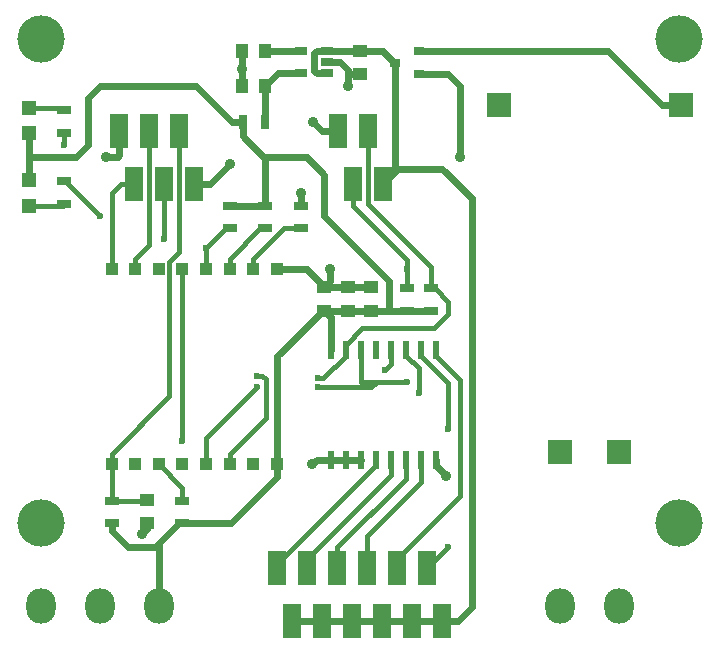
<source format=gbr>
G04 #@! TF.FileFunction,Copper,L1,Top,Signal*
%FSLAX46Y46*%
G04 Gerber Fmt 4.6, Leading zero omitted, Abs format (unit mm)*
G04 Created by KiCad (PCBNEW 4.0.7-e2-6376~58~ubuntu16.04.1) date Sat Mar  3 01:45:26 2018*
%MOMM*%
%LPD*%
G01*
G04 APERTURE LIST*
%ADD10C,0.100000*%
%ADD11R,1.250000X1.000000*%
%ADD12R,1.000000X1.250000*%
%ADD13R,0.900000X0.800000*%
%ADD14R,1.200000X1.200000*%
%ADD15R,1.500000X3.000000*%
%ADD16R,0.700000X1.300000*%
%ADD17O,2.500000X3.000000*%
%ADD18R,1.300000X0.700000*%
%ADD19R,1.060000X0.650000*%
%ADD20R,2.000000X2.000000*%
%ADD21R,0.600000X1.500000*%
%ADD22R,1.000000X1.000000*%
%ADD23C,4.000000*%
%ADD24C,0.900000*%
%ADD25C,0.600000*%
%ADD26C,0.600000*%
%ADD27C,0.400000*%
G04 APERTURE END LIST*
D10*
D11*
X110000000Y-89000000D03*
X110000000Y-91000000D03*
D12*
X102000000Y-89000000D03*
X100000000Y-89000000D03*
X102000000Y-92000000D03*
X100000000Y-92000000D03*
D11*
X107000000Y-111000000D03*
X107000000Y-109000000D03*
X92000000Y-129000000D03*
X92000000Y-127000000D03*
X109000000Y-111000000D03*
X109000000Y-109000000D03*
X111000000Y-111000000D03*
X111000000Y-109000000D03*
D13*
X115000000Y-90950000D03*
X115000000Y-89050000D03*
X113000000Y-90000000D03*
D14*
X82000000Y-99900000D03*
X82000000Y-102100000D03*
X82000000Y-96000000D03*
X82000000Y-93800000D03*
D15*
X103015000Y-132750000D03*
X104285000Y-137250000D03*
X105555000Y-132750000D03*
X106825000Y-137250000D03*
X108095000Y-132750000D03*
X109365000Y-137250000D03*
X110635000Y-132750000D03*
X111905000Y-137250000D03*
X113175000Y-132750000D03*
X114445000Y-137250000D03*
X115715000Y-132750000D03*
X116985000Y-137250000D03*
X108190000Y-95750000D03*
X109460000Y-100250000D03*
X110730000Y-95750000D03*
X112000000Y-100250000D03*
D16*
X100100000Y-95000000D03*
X102000000Y-95000000D03*
D17*
X127000000Y-136000000D03*
X132000000Y-136000000D03*
D18*
X114000000Y-109100000D03*
X114000000Y-111000000D03*
X85000000Y-100050000D03*
X85000000Y-101950000D03*
X116050000Y-111000000D03*
X116050000Y-109100000D03*
X85000000Y-95950000D03*
X85000000Y-94050000D03*
X99000000Y-104000000D03*
X99000000Y-102100000D03*
X102000000Y-104000000D03*
X102000000Y-102100000D03*
X95000000Y-127100000D03*
X95000000Y-129000000D03*
X89000000Y-127100000D03*
X89000000Y-129000000D03*
X105000000Y-104000000D03*
X105000000Y-102100000D03*
D17*
X83000000Y-136000000D03*
X88000000Y-136000000D03*
X93000000Y-136000000D03*
D19*
X107200000Y-90900000D03*
X107200000Y-89950000D03*
X107200000Y-89000000D03*
X105000000Y-89000000D03*
X105000000Y-90900000D03*
D20*
X127000000Y-123000000D03*
X132000000Y-123000000D03*
X121800000Y-93600000D03*
X137200000Y-93600000D03*
D21*
X107555000Y-123650000D03*
X108825000Y-123650000D03*
X110095000Y-123650000D03*
X111365000Y-123650000D03*
X112635000Y-123650000D03*
X113905000Y-123650000D03*
X115175000Y-123650000D03*
X116445000Y-123650000D03*
X116445000Y-114350000D03*
X115175000Y-114350000D03*
X113905000Y-114350000D03*
X112635000Y-114350000D03*
X111365000Y-114350000D03*
X110095000Y-114350000D03*
X108825000Y-114350000D03*
X107555000Y-114350000D03*
D22*
X89000000Y-124000000D03*
X91000000Y-124000000D03*
X93000000Y-124000000D03*
X95000000Y-124000000D03*
X97000000Y-124000000D03*
X99000000Y-124000000D03*
X101000000Y-124000000D03*
X103000000Y-124000000D03*
X103000000Y-107500000D03*
X101000000Y-107500000D03*
X99000000Y-107500000D03*
X97000000Y-107500000D03*
X95000000Y-107500000D03*
X93000000Y-107500000D03*
X91000000Y-107500000D03*
X89000000Y-107500000D03*
D15*
X89650000Y-95750000D03*
X90920000Y-100250000D03*
X92190000Y-95750000D03*
X93460000Y-100250000D03*
X94730000Y-95750000D03*
X96000000Y-100250000D03*
D23*
X137000000Y-129000000D03*
X83000000Y-129000000D03*
X137000000Y-88000000D03*
X83000000Y-88000000D03*
D24*
X91571759Y-129928241D03*
X88500000Y-98000000D03*
X106090000Y-95000000D03*
X100000000Y-90500000D03*
X109000000Y-92000000D03*
X105000000Y-101000000D03*
X107500000Y-107500000D03*
X106000000Y-124000000D03*
X117345000Y-125000000D03*
X118500000Y-98000000D03*
X99000000Y-98600000D03*
D25*
X117500000Y-131000000D03*
X117500000Y-121000000D03*
X101331276Y-117449986D03*
X106500000Y-117500023D03*
X114000000Y-117000000D03*
X114000000Y-107500000D03*
X101331276Y-116500000D03*
X106500000Y-116700010D03*
X97000000Y-105700000D03*
X93460000Y-104960000D03*
X95000000Y-122000000D03*
X88000000Y-103000000D03*
X115000000Y-118000000D03*
X85000000Y-97000000D03*
X112135000Y-116000000D03*
D26*
X113000000Y-90000000D02*
X113000000Y-99000000D01*
X113000000Y-99000000D02*
X113000000Y-99250000D01*
X118335000Y-137250000D02*
X119500000Y-136085000D01*
X116985000Y-137250000D02*
X118335000Y-137250000D01*
X119500000Y-136085000D02*
X119500000Y-101500000D01*
X119500000Y-101500000D02*
X117000000Y-99000000D01*
X117000000Y-99000000D02*
X113000000Y-99000000D01*
X114445000Y-137250000D02*
X116985000Y-137250000D01*
X111905000Y-137250000D02*
X114445000Y-137250000D01*
X109365000Y-137250000D02*
X111905000Y-137250000D01*
X106825000Y-137250000D02*
X109365000Y-137250000D01*
X104285000Y-137250000D02*
X106825000Y-137250000D01*
X113000000Y-99250000D02*
X112000000Y-100250000D01*
X107200000Y-89000000D02*
X106394998Y-89000000D01*
X106394998Y-89000000D02*
X106169999Y-89224999D01*
X106169999Y-89224999D02*
X106169999Y-90675001D01*
X106169999Y-90675001D02*
X106394998Y-90900000D01*
X106394998Y-90900000D02*
X107200000Y-90900000D01*
X110000000Y-89000000D02*
X107200000Y-89000000D01*
X111950000Y-89000000D02*
X110000000Y-89000000D01*
X113000000Y-90000000D02*
X112950000Y-90000000D01*
X112950000Y-90000000D02*
X111950000Y-89000000D01*
X92021758Y-129478242D02*
X91571759Y-129928241D01*
X92000000Y-129000000D02*
X92021758Y-129021758D01*
X92021758Y-129021758D02*
X92021758Y-129478242D01*
X89500000Y-98000000D02*
X88500000Y-98000000D01*
X89650000Y-95750000D02*
X89650000Y-97850000D01*
X89650000Y-97850000D02*
X89500000Y-98000000D01*
X108190000Y-95750000D02*
X106840000Y-95750000D01*
X106840000Y-95750000D02*
X106090000Y-95000000D01*
X100000000Y-90500000D02*
X100000000Y-89000000D01*
X100000000Y-92000000D02*
X100000000Y-90500000D01*
X109000000Y-90620000D02*
X109000000Y-91000000D01*
X109000000Y-91000000D02*
X109000000Y-92000000D01*
X110000000Y-91000000D02*
X109000000Y-91000000D01*
X107200000Y-89950000D02*
X108330000Y-89950000D01*
X108330000Y-89950000D02*
X109000000Y-90620000D01*
X105000000Y-102100000D02*
X105000000Y-101000000D01*
X107500000Y-108500000D02*
X107500000Y-107500000D01*
X107000000Y-109000000D02*
X107500000Y-108500000D01*
X109000000Y-109000000D02*
X111000000Y-109000000D01*
X107000000Y-109000000D02*
X109000000Y-109000000D01*
X103000000Y-107500000D02*
X105500000Y-107500000D01*
X105500000Y-107500000D02*
X107000000Y-109000000D01*
X106350000Y-123650000D02*
X106000000Y-124000000D01*
X107555000Y-123650000D02*
X106350000Y-123650000D01*
X108825000Y-123650000D02*
X107555000Y-123650000D01*
X110095000Y-123650000D02*
X108825000Y-123650000D01*
X116445000Y-123650000D02*
X116445000Y-124100000D01*
X116445000Y-124100000D02*
X117345000Y-125000000D01*
X105000000Y-89000000D02*
X102000000Y-89000000D01*
X105000000Y-90900000D02*
X103100000Y-90900000D01*
X103100000Y-90900000D02*
X102000000Y-92000000D01*
X102000000Y-95000000D02*
X102000000Y-92000000D01*
X106875000Y-111000000D02*
X107000000Y-111000000D01*
X103000000Y-124000000D02*
X103000000Y-114875000D01*
X103000000Y-114875000D02*
X106875000Y-111000000D01*
X89000000Y-129000000D02*
X89000000Y-129615718D01*
X89000000Y-129615718D02*
X90371740Y-130987458D01*
X90371740Y-130987458D02*
X92712542Y-130987458D01*
X92712542Y-130987458D02*
X94700000Y-129000000D01*
X87000000Y-97000000D02*
X87000000Y-93000000D01*
X87000000Y-93000000D02*
X88000000Y-92000000D01*
X86000000Y-98000000D02*
X87000000Y-97000000D01*
X82000000Y-98000000D02*
X82000000Y-99900000D01*
X82000000Y-98000000D02*
X86000000Y-98000000D01*
X82000000Y-96000000D02*
X82000000Y-98000000D01*
X88000000Y-92000000D02*
X96150000Y-92000000D01*
X99150000Y-95000000D02*
X100100000Y-95000000D01*
X96150000Y-92000000D02*
X99150000Y-95000000D01*
X107555000Y-114350000D02*
X107555000Y-111555000D01*
X107555000Y-111555000D02*
X107000000Y-111000000D01*
X94700000Y-129000000D02*
X95000000Y-129000000D01*
X93000000Y-136000000D02*
X93000000Y-130700000D01*
X93000000Y-130700000D02*
X94700000Y-129000000D01*
X103000000Y-124000000D02*
X103000000Y-125100000D01*
X103000000Y-125100000D02*
X99100000Y-129000000D01*
X99100000Y-129000000D02*
X96250000Y-129000000D01*
X96250000Y-129000000D02*
X95000000Y-129000000D01*
X102000000Y-102100000D02*
X102000000Y-98150000D01*
X102000000Y-98150000D02*
X101850000Y-98000000D01*
X99000000Y-102100000D02*
X102000000Y-102100000D01*
X100100000Y-95000000D02*
X100100000Y-96250000D01*
X101850000Y-98000000D02*
X105500000Y-98000000D01*
X100100000Y-96250000D02*
X101850000Y-98000000D01*
X105500000Y-98000000D02*
X107000000Y-99500000D01*
X107000000Y-99500000D02*
X107000000Y-102974998D01*
X107000000Y-102974998D02*
X112500000Y-108474998D01*
X112500000Y-108474998D02*
X112500000Y-111000000D01*
X112500000Y-111000000D02*
X111000000Y-111000000D01*
X114000000Y-111000000D02*
X112500000Y-111000000D01*
X116050000Y-111000000D02*
X114000000Y-111000000D01*
X109000000Y-111000000D02*
X111000000Y-111000000D01*
X107000000Y-111000000D02*
X109000000Y-111000000D01*
D27*
X94730000Y-95750000D02*
X94730000Y-106049998D01*
X94730000Y-106049998D02*
X93900001Y-106879997D01*
X93900001Y-106879997D02*
X93900001Y-118199999D01*
X93900001Y-118199999D02*
X89000000Y-123100000D01*
X89000000Y-123100000D02*
X89000000Y-124000000D01*
X89000000Y-127100000D02*
X91900000Y-127100000D01*
X91900000Y-127100000D02*
X92000000Y-127000000D01*
X89000000Y-127100000D02*
X89000000Y-124000000D01*
D26*
X118500000Y-92000000D02*
X117450000Y-90950000D01*
X117450000Y-90950000D02*
X115000000Y-90950000D01*
X118500000Y-98000000D02*
X118500000Y-92000000D01*
X96000000Y-100250000D02*
X97350000Y-100250000D01*
X97350000Y-100250000D02*
X99000000Y-98600000D01*
X137200000Y-93600000D02*
X135600000Y-93600000D01*
X135600000Y-93600000D02*
X131050000Y-89050000D01*
X131050000Y-89050000D02*
X116050000Y-89050000D01*
X116050000Y-89050000D02*
X115000000Y-89050000D01*
D27*
X82000000Y-93800000D02*
X84750000Y-93800000D01*
X84750000Y-93800000D02*
X85000000Y-94050000D01*
X111365000Y-123650000D02*
X111365000Y-124100000D01*
X111365000Y-124100000D02*
X103015000Y-132450000D01*
X103015000Y-132450000D02*
X103015000Y-132750000D01*
X112635000Y-123650000D02*
X112635000Y-124920000D01*
X112635000Y-124920000D02*
X105555000Y-132000000D01*
X105555000Y-132000000D02*
X105555000Y-132750000D01*
X113905000Y-123650000D02*
X113905000Y-125221458D01*
X113905000Y-125221458D02*
X108095000Y-131031458D01*
X108095000Y-131031458D02*
X108095000Y-132750000D01*
X115175000Y-123650000D02*
X115175000Y-125512833D01*
X115175000Y-125512833D02*
X110635000Y-130052833D01*
X110635000Y-130052833D02*
X110635000Y-130850000D01*
X110635000Y-130850000D02*
X110635000Y-132750000D01*
X118500000Y-126675000D02*
X113175000Y-132000000D01*
X116445000Y-114350000D02*
X116445000Y-114800000D01*
X113175000Y-132000000D02*
X113175000Y-132750000D01*
X116445000Y-114800000D02*
X118500000Y-116855000D01*
X118500000Y-116855000D02*
X118500000Y-126675000D01*
X117500000Y-131000000D02*
X117465000Y-131000000D01*
X117465000Y-131000000D02*
X115715000Y-132750000D01*
X117500000Y-117125000D02*
X117500000Y-121000000D01*
X115175000Y-114350000D02*
X115175000Y-114800000D01*
X115175000Y-114800000D02*
X117500000Y-117125000D01*
X97000000Y-124000000D02*
X97000000Y-121781262D01*
X101031277Y-117749985D02*
X101331276Y-117449986D01*
X97000000Y-121781262D02*
X101031277Y-117749985D01*
X106924264Y-117500023D02*
X106500000Y-117500023D01*
X111500000Y-117000000D02*
X110999977Y-117500023D01*
X110999977Y-117500023D02*
X106924264Y-117500023D01*
X111500000Y-117000000D02*
X110095000Y-117000000D01*
X110095000Y-117000000D02*
X110095000Y-114350000D01*
X114000000Y-117000000D02*
X111500000Y-117000000D01*
X114000000Y-106690000D02*
X114000000Y-107500000D01*
X114000000Y-108000000D02*
X114000000Y-107500000D01*
X114000000Y-109100000D02*
X114000000Y-108000000D01*
X109460000Y-100250000D02*
X109460000Y-102150000D01*
X109460000Y-102150000D02*
X114000000Y-106690000D01*
X102031278Y-120068722D02*
X102031278Y-116775738D01*
X99000000Y-124000000D02*
X99000000Y-123100000D01*
X101755540Y-116500000D02*
X101331276Y-116500000D01*
X102031278Y-116775738D02*
X101755540Y-116500000D01*
X99000000Y-123100000D02*
X102031278Y-120068722D01*
X106924264Y-116700010D02*
X106500000Y-116700010D01*
X108825000Y-114800000D02*
X106924990Y-116700010D01*
X106924990Y-116700010D02*
X106924264Y-116700010D01*
X108825000Y-114350000D02*
X108825000Y-114800000D01*
X116270002Y-112500000D02*
X110225000Y-112500000D01*
X110225000Y-112500000D02*
X108825000Y-113900000D01*
X108825000Y-113900000D02*
X108825000Y-114350000D01*
X117500000Y-110250000D02*
X117500000Y-111270002D01*
X117500000Y-111270002D02*
X116270002Y-112500000D01*
X116050000Y-109100000D02*
X116350000Y-109100000D01*
X116350000Y-109100000D02*
X117500000Y-110250000D01*
X110730000Y-95750000D02*
X110730000Y-101950002D01*
X110730000Y-101950002D02*
X116050000Y-107270002D01*
X116050000Y-107270002D02*
X116050000Y-108350000D01*
X116050000Y-108350000D02*
X116050000Y-109100000D01*
X93460000Y-100250000D02*
X93460000Y-104960000D01*
X97000000Y-107500000D02*
X97000000Y-105700000D01*
X97000000Y-105700000D02*
X98700000Y-104000000D01*
X98700000Y-104000000D02*
X99000000Y-104000000D01*
X99000000Y-107500000D02*
X99000000Y-106600000D01*
X99000000Y-106600000D02*
X101600000Y-104000000D01*
X101600000Y-104000000D02*
X102000000Y-104000000D01*
X95000000Y-127100000D02*
X95000000Y-126000000D01*
X95000000Y-126000000D02*
X93000000Y-124000000D01*
X101000000Y-107500000D02*
X101000000Y-106600000D01*
X101000000Y-106600000D02*
X103600000Y-104000000D01*
X103600000Y-104000000D02*
X103950000Y-104000000D01*
X103950000Y-104000000D02*
X105000000Y-104000000D01*
X95000000Y-122000000D02*
X95000000Y-107500000D01*
X91000000Y-107500000D02*
X91000000Y-106600000D01*
X91000000Y-106600000D02*
X92190000Y-105410000D01*
X92190000Y-105410000D02*
X92190000Y-97650000D01*
X92190000Y-97650000D02*
X92190000Y-95750000D01*
X89000000Y-107500000D02*
X89000000Y-101020000D01*
X89000000Y-101020000D02*
X89770000Y-100250000D01*
X89770000Y-100250000D02*
X90920000Y-100250000D01*
X82000000Y-102100000D02*
X84850000Y-102100000D01*
X84850000Y-102100000D02*
X85000000Y-101950000D01*
X88000000Y-103000000D02*
X85050000Y-100050000D01*
X85050000Y-100050000D02*
X85000000Y-100050000D01*
X115000000Y-115895000D02*
X115000000Y-118000000D01*
X113905000Y-114350000D02*
X113905000Y-114800000D01*
X113905000Y-114800000D02*
X115000000Y-115895000D01*
X85000000Y-97000000D02*
X85000000Y-95950000D01*
X112635000Y-114350000D02*
X112635000Y-115500000D01*
X112635000Y-115500000D02*
X112135000Y-116000000D01*
M02*

</source>
